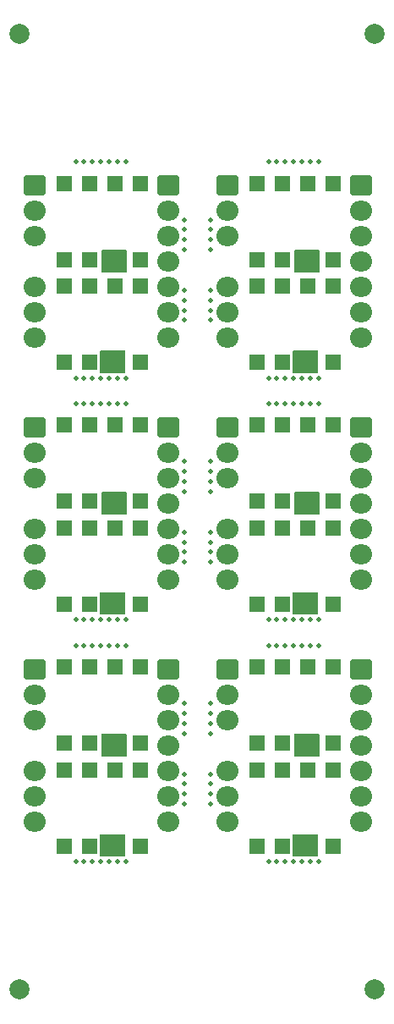
<source format=gbr>
%TF.GenerationSoftware,KiCad,Pcbnew,8.0.4*%
%TF.CreationDate,2024-09-15T22:50:30-03:00*%
%TF.ProjectId,panelized_TA65,70616e65-6c69-47a6-9564-5f544136352e,rev?*%
%TF.SameCoordinates,Original*%
%TF.FileFunction,Soldermask,Top*%
%TF.FilePolarity,Negative*%
%FSLAX46Y46*%
G04 Gerber Fmt 4.6, Leading zero omitted, Abs format (unit mm)*
G04 Created by KiCad (PCBNEW 8.0.4) date 2024-09-15 22:50:30*
%MOMM*%
%LPD*%
G01*
G04 APERTURE LIST*
G04 Aperture macros list*
%AMRoundRect*
0 Rectangle with rounded corners*
0 $1 Rounding radius*
0 $2 $3 $4 $5 $6 $7 $8 $9 X,Y pos of 4 corners*
0 Add a 4 corners polygon primitive as box body*
4,1,4,$2,$3,$4,$5,$6,$7,$8,$9,$2,$3,0*
0 Add four circle primitives for the rounded corners*
1,1,$1+$1,$2,$3*
1,1,$1+$1,$4,$5*
1,1,$1+$1,$6,$7*
1,1,$1+$1,$8,$9*
0 Add four rect primitives between the rounded corners*
20,1,$1+$1,$2,$3,$4,$5,0*
20,1,$1+$1,$4,$5,$6,$7,0*
20,1,$1+$1,$6,$7,$8,$9,0*
20,1,$1+$1,$8,$9,$2,$3,0*%
G04 Aperture macros list end*
%ADD10C,0.500000*%
%ADD11R,1.600000X1.600000*%
%ADD12C,2.000000*%
%ADD13RoundRect,0.250000X0.850000X0.750000X-0.850000X0.750000X-0.850000X-0.750000X0.850000X-0.750000X0*%
%ADD14O,2.200000X2.000000*%
G04 APERTURE END LIST*
D10*
%TO.C,KiKit_MB_3_5*%
X139683333Y-32800500D03*
%TD*%
%TO.C,KiKit_MB_9_3*%
X147200000Y-64767166D03*
%TD*%
%TO.C,KiKit_MB_6_3*%
X149800000Y-46633833D03*
%TD*%
%TO.C,KiKit_MB_22_3*%
X149800000Y-95033833D03*
%TD*%
%TO.C,KiKit_MB_10_4*%
X147200000Y-72833833D03*
%TD*%
%TO.C,KiKit_MB_3_1*%
X136350000Y-32800500D03*
%TD*%
%TO.C,KiKit_MB_16_6*%
X156483333Y-78600500D03*
%TD*%
%TO.C,KiKit_MB_13_1*%
X149800000Y-65767166D03*
%TD*%
%TO.C,KiKit_MB_20_5*%
X138016667Y-102800500D03*
%TD*%
%TO.C,KiKit_MB_8_4*%
X158150000Y-54400500D03*
%TD*%
%TO.C,KiKit_MB_4_5*%
X138016667Y-54400500D03*
%TD*%
%TO.C,KiKit_MB_20_7*%
X136350000Y-102800500D03*
%TD*%
%TO.C,KiKit_MB_14_1*%
X149800000Y-72833833D03*
%TD*%
%TO.C,KiKit_MB_12_3*%
X139683333Y-78600500D03*
%TD*%
%TO.C,KiKit_MB_17_3*%
X147200000Y-88967166D03*
%TD*%
%TO.C,KiKit_MB_16_2*%
X159816666Y-78600500D03*
%TD*%
%TO.C,KiKit_MB_23_1*%
X155650000Y-81200500D03*
%TD*%
%TO.C,KiKit_MB_16_1*%
X160650000Y-78600500D03*
%TD*%
%TO.C,KiKit_MB_7_4*%
X158150000Y-32800500D03*
%TD*%
%TO.C,KiKit_MB_10_2*%
X147200000Y-70833833D03*
%TD*%
%TO.C,KiKit_MB_7_5*%
X158983333Y-32800500D03*
%TD*%
%TO.C,KiKit_MB_16_5*%
X157316666Y-78600500D03*
%TD*%
%TO.C,KiKit_MB_4_4*%
X138850000Y-54400500D03*
%TD*%
%TO.C,KiKit_MB_6_1*%
X149800000Y-48633833D03*
%TD*%
D11*
%TO.C,U1*%
X154480000Y-101270500D03*
X157020000Y-101270500D03*
X159560000Y-101270500D03*
X162100000Y-101270500D03*
X162100000Y-93650500D03*
X159560000Y-93650500D03*
X157020000Y-93650500D03*
X154480000Y-93650500D03*
%TD*%
D10*
%TO.C,KiKit_MB_9_1*%
X147200000Y-62767166D03*
%TD*%
%TO.C,KiKit_MB_19_5*%
X139683333Y-81200500D03*
%TD*%
D11*
%TO.C,U1*%
X154480000Y-52870500D03*
X157020000Y-52870500D03*
X159560000Y-52870500D03*
X162100000Y-52870500D03*
X162100000Y-45250500D03*
X159560000Y-45250500D03*
X157020000Y-45250500D03*
X154480000Y-45250500D03*
%TD*%
D10*
%TO.C,KiKit_MB_7_6*%
X159816666Y-32800500D03*
%TD*%
%TO.C,KiKit_MB_11_1*%
X136350000Y-57000500D03*
%TD*%
%TO.C,KiKit_MB_12_4*%
X138850000Y-78600500D03*
%TD*%
D11*
%TO.C,U2*%
X154480000Y-66750500D03*
X157020000Y-66750500D03*
X159560000Y-66750500D03*
X162100000Y-66750500D03*
X162100000Y-59130500D03*
X159560000Y-59130500D03*
X157020000Y-59130500D03*
X154480000Y-59130500D03*
%TD*%
D10*
%TO.C,KiKit_MB_20_1*%
X141350000Y-102800500D03*
%TD*%
%TO.C,KiKit_MB_10_1*%
X147200000Y-69833833D03*
%TD*%
%TO.C,KiKit_MB_17_2*%
X147200000Y-87967166D03*
%TD*%
%TO.C,KiKit_MB_1_4*%
X147200000Y-41567167D03*
%TD*%
%TO.C,KiKit_MB_13_3*%
X149800000Y-63767166D03*
%TD*%
%TO.C,KiKit_MB_14_2*%
X149800000Y-71833833D03*
%TD*%
%TO.C,KiKit_MB_2_3*%
X147200000Y-47633833D03*
%TD*%
%TO.C,KiKit_MB_7_7*%
X160650000Y-32800500D03*
%TD*%
%TO.C,KiKit_MB_1_3*%
X147200000Y-40567167D03*
%TD*%
%TO.C,KiKit_MB_18_4*%
X147200000Y-97033833D03*
%TD*%
%TO.C,KiKit_MB_7_2*%
X156483333Y-32800500D03*
%TD*%
D11*
%TO.C,U1*%
X135180000Y-52870500D03*
X137720000Y-52870500D03*
X140260000Y-52870500D03*
X142800000Y-52870500D03*
X142800000Y-45250500D03*
X140260000Y-45250500D03*
X137720000Y-45250500D03*
X135180000Y-45250500D03*
%TD*%
D10*
%TO.C,KiKit_MB_5_3*%
X149800000Y-39567167D03*
%TD*%
%TO.C,KiKit_MB_23_6*%
X159816666Y-81200500D03*
%TD*%
%TO.C,KiKit_MB_22_1*%
X149800000Y-97033833D03*
%TD*%
%TO.C,KiKit_MB_13_4*%
X149800000Y-62767166D03*
%TD*%
%TO.C,KiKit_MB_16_3*%
X158983333Y-78600500D03*
%TD*%
%TO.C,KiKit_MB_3_4*%
X138850000Y-32800500D03*
%TD*%
%TO.C,KiKit_MB_6_4*%
X149800000Y-45633833D03*
%TD*%
%TO.C,KiKit_MB_16_7*%
X155650000Y-78600500D03*
%TD*%
%TO.C,KiKit_MB_24_6*%
X156483333Y-102800500D03*
%TD*%
D11*
%TO.C,U1*%
X135180000Y-101270500D03*
X137720000Y-101270500D03*
X140260000Y-101270500D03*
X142800000Y-101270500D03*
X142800000Y-93650500D03*
X140260000Y-93650500D03*
X137720000Y-93650500D03*
X135180000Y-93650500D03*
%TD*%
%TO.C,U2*%
X154480000Y-42550500D03*
X157020000Y-42550500D03*
X159560000Y-42550500D03*
X162100000Y-42550500D03*
X162100000Y-34930500D03*
X159560000Y-34930500D03*
X157020000Y-34930500D03*
X154480000Y-34930500D03*
%TD*%
D12*
%TO.C,KiKit_TO_2*%
X166300000Y-20000000D03*
%TD*%
D10*
%TO.C,KiKit_MB_19_6*%
X140516666Y-81200500D03*
%TD*%
%TO.C,KiKit_MB_3_3*%
X138016667Y-32800500D03*
%TD*%
%TO.C,KiKit_MB_8_1*%
X160650000Y-54400500D03*
%TD*%
%TO.C,KiKit_MB_7_1*%
X155650000Y-32800500D03*
%TD*%
%TO.C,KiKit_MB_15_3*%
X157316666Y-57000500D03*
%TD*%
D11*
%TO.C,U1*%
X154480000Y-77070500D03*
X157020000Y-77070500D03*
X159560000Y-77070500D03*
X162100000Y-77070500D03*
X162100000Y-69450500D03*
X159560000Y-69450500D03*
X157020000Y-69450500D03*
X154480000Y-69450500D03*
%TD*%
D10*
%TO.C,KiKit_MB_21_1*%
X149800000Y-89967166D03*
%TD*%
%TO.C,KiKit_MB_20_6*%
X137183334Y-102800500D03*
%TD*%
%TO.C,KiKit_MB_17_1*%
X147200000Y-86967166D03*
%TD*%
%TO.C,KiKit_MB_8_5*%
X157316666Y-54400500D03*
%TD*%
%TO.C,KiKit_MB_7_3*%
X157316666Y-32800500D03*
%TD*%
%TO.C,KiKit_MB_4_7*%
X136350000Y-54400500D03*
%TD*%
%TO.C,KiKit_MB_8_3*%
X158983333Y-54400500D03*
%TD*%
%TO.C,KiKit_MB_21_4*%
X149800000Y-86967166D03*
%TD*%
%TO.C,KiKit_MB_20_4*%
X138850000Y-102800500D03*
%TD*%
D11*
%TO.C,U2*%
X135180000Y-90950500D03*
X137720000Y-90950500D03*
X140260000Y-90950500D03*
X142800000Y-90950500D03*
X142800000Y-83330500D03*
X140260000Y-83330500D03*
X137720000Y-83330500D03*
X135180000Y-83330500D03*
%TD*%
D10*
%TO.C,KiKit_MB_8_7*%
X155650000Y-54400500D03*
%TD*%
%TO.C,KiKit_MB_23_3*%
X157316666Y-81200500D03*
%TD*%
%TO.C,KiKit_MB_14_4*%
X149800000Y-69833833D03*
%TD*%
%TO.C,KiKit_MB_3_2*%
X137183334Y-32800500D03*
%TD*%
%TO.C,KiKit_MB_12_1*%
X141350000Y-78600500D03*
%TD*%
%TO.C,KiKit_MB_18_1*%
X147200000Y-94033833D03*
%TD*%
%TO.C,KiKit_MB_23_7*%
X160650000Y-81200500D03*
%TD*%
%TO.C,KiKit_MB_14_3*%
X149800000Y-70833833D03*
%TD*%
D12*
%TO.C,KiKit_TO_4*%
X166300000Y-115601500D03*
%TD*%
D10*
%TO.C,KiKit_MB_3_6*%
X140516666Y-32800500D03*
%TD*%
%TO.C,KiKit_MB_20_3*%
X139683333Y-102800500D03*
%TD*%
%TO.C,KiKit_MB_3_7*%
X141350000Y-32800500D03*
%TD*%
%TO.C,KiKit_MB_1_1*%
X147200000Y-38567167D03*
%TD*%
%TO.C,KiKit_MB_15_6*%
X159816666Y-57000500D03*
%TD*%
%TO.C,KiKit_MB_19_4*%
X138850000Y-81200500D03*
%TD*%
%TO.C,KiKit_MB_24_2*%
X159816666Y-102800500D03*
%TD*%
%TO.C,KiKit_MB_23_2*%
X156483333Y-81200500D03*
%TD*%
D11*
%TO.C,U2*%
X135180000Y-66750500D03*
X137720000Y-66750500D03*
X140260000Y-66750500D03*
X142800000Y-66750500D03*
X142800000Y-59130500D03*
X140260000Y-59130500D03*
X137720000Y-59130500D03*
X135180000Y-59130500D03*
%TD*%
D10*
%TO.C,KiKit_MB_4_6*%
X137183334Y-54400500D03*
%TD*%
%TO.C,KiKit_MB_22_4*%
X149800000Y-94033833D03*
%TD*%
%TO.C,KiKit_MB_11_7*%
X141350000Y-57000500D03*
%TD*%
%TO.C,KiKit_MB_9_4*%
X147200000Y-65767166D03*
%TD*%
%TO.C,KiKit_MB_11_6*%
X140516666Y-57000500D03*
%TD*%
%TO.C,KiKit_MB_6_2*%
X149800000Y-47633833D03*
%TD*%
%TO.C,KiKit_MB_24_4*%
X158150000Y-102800500D03*
%TD*%
%TO.C,KiKit_MB_13_2*%
X149800000Y-64767166D03*
%TD*%
%TO.C,KiKit_MB_2_4*%
X147200000Y-48633833D03*
%TD*%
%TO.C,KiKit_MB_5_2*%
X149800000Y-40567167D03*
%TD*%
%TO.C,KiKit_MB_10_3*%
X147200000Y-71833833D03*
%TD*%
%TO.C,KiKit_MB_15_4*%
X158150000Y-57000500D03*
%TD*%
D11*
%TO.C,U2*%
X135180000Y-42550500D03*
X137720000Y-42550500D03*
X140260000Y-42550500D03*
X142800000Y-42550500D03*
X142800000Y-34930500D03*
X140260000Y-34930500D03*
X137720000Y-34930500D03*
X135180000Y-34930500D03*
%TD*%
D10*
%TO.C,KiKit_MB_8_2*%
X159816666Y-54400500D03*
%TD*%
%TO.C,KiKit_MB_2_1*%
X147200000Y-45633833D03*
%TD*%
%TO.C,KiKit_MB_2_2*%
X147200000Y-46633833D03*
%TD*%
%TO.C,KiKit_MB_4_1*%
X141350000Y-54400500D03*
%TD*%
%TO.C,KiKit_MB_11_4*%
X138850000Y-57000500D03*
%TD*%
%TO.C,KiKit_MB_11_3*%
X138016667Y-57000500D03*
%TD*%
%TO.C,KiKit_MB_4_3*%
X139683333Y-54400500D03*
%TD*%
%TO.C,KiKit_MB_1_2*%
X147200000Y-39567167D03*
%TD*%
D12*
%TO.C,KiKit_TO_3*%
X130700000Y-115601500D03*
%TD*%
D10*
%TO.C,KiKit_MB_18_2*%
X147200000Y-95033833D03*
%TD*%
%TO.C,KiKit_MB_15_2*%
X156483333Y-57000500D03*
%TD*%
%TO.C,KiKit_MB_15_5*%
X158983333Y-57000500D03*
%TD*%
%TO.C,KiKit_MB_19_2*%
X137183334Y-81200500D03*
%TD*%
%TO.C,KiKit_MB_17_4*%
X147200000Y-89967166D03*
%TD*%
%TO.C,KiKit_MB_12_2*%
X140516666Y-78600500D03*
%TD*%
%TO.C,KiKit_MB_11_2*%
X137183334Y-57000500D03*
%TD*%
%TO.C,KiKit_MB_19_1*%
X136350000Y-81200500D03*
%TD*%
%TO.C,KiKit_MB_8_6*%
X156483333Y-54400500D03*
%TD*%
%TO.C,KiKit_MB_20_2*%
X140516666Y-102800500D03*
%TD*%
%TO.C,KiKit_MB_24_3*%
X158983333Y-102800500D03*
%TD*%
%TO.C,KiKit_MB_23_5*%
X158983333Y-81200500D03*
%TD*%
%TO.C,KiKit_MB_24_1*%
X160650000Y-102800500D03*
%TD*%
%TO.C,KiKit_MB_12_7*%
X136350000Y-78600500D03*
%TD*%
%TO.C,KiKit_MB_16_4*%
X158150000Y-78600500D03*
%TD*%
%TO.C,KiKit_MB_5_1*%
X149800000Y-41567167D03*
%TD*%
%TO.C,KiKit_MB_9_2*%
X147200000Y-63767166D03*
%TD*%
%TO.C,KiKit_MB_4_2*%
X140516666Y-54400500D03*
%TD*%
%TO.C,KiKit_MB_15_7*%
X160650000Y-57000500D03*
%TD*%
%TO.C,KiKit_MB_12_5*%
X138016667Y-78600500D03*
%TD*%
%TO.C,KiKit_MB_24_5*%
X157316666Y-102800500D03*
%TD*%
%TO.C,KiKit_MB_21_3*%
X149800000Y-87967166D03*
%TD*%
%TO.C,KiKit_MB_11_5*%
X139683333Y-57000500D03*
%TD*%
%TO.C,KiKit_MB_22_2*%
X149800000Y-96033833D03*
%TD*%
D11*
%TO.C,U1*%
X135180000Y-77070500D03*
X137720000Y-77070500D03*
X140260000Y-77070500D03*
X142800000Y-77070500D03*
X142800000Y-69450500D03*
X140260000Y-69450500D03*
X137720000Y-69450500D03*
X135180000Y-69450500D03*
%TD*%
D10*
%TO.C,KiKit_MB_15_1*%
X155650000Y-57000500D03*
%TD*%
D11*
%TO.C,U2*%
X154480000Y-90950500D03*
X157020000Y-90950500D03*
X159560000Y-90950500D03*
X162100000Y-90950500D03*
X162100000Y-83330500D03*
X159560000Y-83330500D03*
X157020000Y-83330500D03*
X154480000Y-83330500D03*
%TD*%
D10*
%TO.C,KiKit_MB_23_4*%
X158150000Y-81200500D03*
%TD*%
%TO.C,KiKit_MB_24_7*%
X155650000Y-102800500D03*
%TD*%
%TO.C,KiKit_MB_21_2*%
X149800000Y-88967166D03*
%TD*%
D12*
%TO.C,KiKit_TO_1*%
X130700000Y-20000000D03*
%TD*%
D10*
%TO.C,KiKit_MB_12_6*%
X137183334Y-78600500D03*
%TD*%
%TO.C,KiKit_MB_5_4*%
X149800000Y-38567167D03*
%TD*%
%TO.C,KiKit_MB_19_7*%
X141350000Y-81200500D03*
%TD*%
%TO.C,KiKit_MB_18_3*%
X147200000Y-96033833D03*
%TD*%
%TO.C,KiKit_MB_19_3*%
X138016667Y-81200500D03*
%TD*%
D13*
%TO.C,J2*%
X164900000Y-83550500D03*
D14*
X164900000Y-86090500D03*
X164900000Y-88630500D03*
X164900000Y-91170500D03*
X164900000Y-93710500D03*
X164900000Y-96250500D03*
X164900000Y-98790500D03*
%TD*%
D13*
%TO.C,J1*%
X132200000Y-35150500D03*
D14*
X132200000Y-37690500D03*
X132200000Y-40230500D03*
X132200000Y-45310500D03*
X132200000Y-47850500D03*
X132200000Y-50390500D03*
%TD*%
D13*
%TO.C,J2*%
X164900000Y-59350500D03*
D14*
X164900000Y-61890500D03*
X164900000Y-64430500D03*
X164900000Y-66970500D03*
X164900000Y-69510500D03*
X164900000Y-72050500D03*
X164900000Y-74590500D03*
%TD*%
D13*
%TO.C,J2*%
X164900000Y-35150500D03*
D14*
X164900000Y-37690500D03*
X164900000Y-40230500D03*
X164900000Y-42770500D03*
X164900000Y-45310500D03*
X164900000Y-47850500D03*
X164900000Y-50390500D03*
%TD*%
D13*
%TO.C,J2*%
X145600000Y-83550500D03*
D14*
X145600000Y-86090500D03*
X145600000Y-88630500D03*
X145600000Y-91170500D03*
X145600000Y-93710500D03*
X145600000Y-96250500D03*
X145600000Y-98790500D03*
%TD*%
D13*
%TO.C,J1*%
X132200000Y-59350500D03*
D14*
X132200000Y-61890500D03*
X132200000Y-64430500D03*
X132200000Y-69510500D03*
X132200000Y-72050500D03*
X132200000Y-74590500D03*
%TD*%
D13*
%TO.C,J2*%
X145600000Y-59350500D03*
D14*
X145600000Y-61890500D03*
X145600000Y-64430500D03*
X145600000Y-66970500D03*
X145600000Y-69510500D03*
X145600000Y-72050500D03*
X145600000Y-74590500D03*
%TD*%
D13*
%TO.C,J1*%
X132200000Y-83550500D03*
D14*
X132200000Y-86090500D03*
X132200000Y-88630500D03*
X132200000Y-93710500D03*
X132200000Y-96250500D03*
X132200000Y-98790500D03*
%TD*%
D13*
%TO.C,J1*%
X151500000Y-59350500D03*
D14*
X151500000Y-61890500D03*
X151500000Y-64430500D03*
X151500000Y-69510500D03*
X151500000Y-72050500D03*
X151500000Y-74590500D03*
%TD*%
D13*
%TO.C,J1*%
X151500000Y-35150500D03*
D14*
X151500000Y-37690500D03*
X151500000Y-40230500D03*
X151500000Y-45310500D03*
X151500000Y-47850500D03*
X151500000Y-50390500D03*
%TD*%
D13*
%TO.C,J1*%
X151500000Y-83550500D03*
D14*
X151500000Y-86090500D03*
X151500000Y-88630500D03*
X151500000Y-93710500D03*
X151500000Y-96250500D03*
X151500000Y-98790500D03*
%TD*%
D13*
%TO.C,J2*%
X145600000Y-35150500D03*
D14*
X145600000Y-37690500D03*
X145600000Y-40230500D03*
X145600000Y-42770500D03*
X145600000Y-45310500D03*
X145600000Y-47850500D03*
X145600000Y-50390500D03*
%TD*%
G36*
X141409191Y-90019407D02*
G01*
X141445155Y-90068907D01*
X141450000Y-90099500D01*
X141450000Y-92151500D01*
X141431093Y-92209691D01*
X141381593Y-92245655D01*
X141351000Y-92250500D01*
X138999000Y-92250500D01*
X138940809Y-92231593D01*
X138904845Y-92182093D01*
X138900000Y-92151500D01*
X138900000Y-90099500D01*
X138918907Y-90041309D01*
X138968407Y-90005345D01*
X138999000Y-90000500D01*
X141351000Y-90000500D01*
X141409191Y-90019407D01*
G37*
G36*
X141259191Y-51669407D02*
G01*
X141295155Y-51718907D01*
X141300000Y-51749500D01*
X141300000Y-53801500D01*
X141281093Y-53859691D01*
X141231593Y-53895655D01*
X141201000Y-53900500D01*
X138849000Y-53900500D01*
X138790809Y-53881593D01*
X138754845Y-53832093D01*
X138750000Y-53801500D01*
X138750000Y-51749500D01*
X138768907Y-51691309D01*
X138818407Y-51655345D01*
X138849000Y-51650500D01*
X141201000Y-51650500D01*
X141259191Y-51669407D01*
G37*
G36*
X141409191Y-65819407D02*
G01*
X141445155Y-65868907D01*
X141450000Y-65899500D01*
X141450000Y-67951500D01*
X141431093Y-68009691D01*
X141381593Y-68045655D01*
X141351000Y-68050500D01*
X138999000Y-68050500D01*
X138940809Y-68031593D01*
X138904845Y-67982093D01*
X138900000Y-67951500D01*
X138900000Y-65899500D01*
X138918907Y-65841309D01*
X138968407Y-65805345D01*
X138999000Y-65800500D01*
X141351000Y-65800500D01*
X141409191Y-65819407D01*
G37*
G36*
X160559191Y-75869407D02*
G01*
X160595155Y-75918907D01*
X160600000Y-75949500D01*
X160600000Y-78001500D01*
X160581093Y-78059691D01*
X160531593Y-78095655D01*
X160501000Y-78100500D01*
X158149000Y-78100500D01*
X158090809Y-78081593D01*
X158054845Y-78032093D01*
X158050000Y-78001500D01*
X158050000Y-75949500D01*
X158068907Y-75891309D01*
X158118407Y-75855345D01*
X158149000Y-75850500D01*
X160501000Y-75850500D01*
X160559191Y-75869407D01*
G37*
G36*
X141409191Y-41619407D02*
G01*
X141445155Y-41668907D01*
X141450000Y-41699500D01*
X141450000Y-43751500D01*
X141431093Y-43809691D01*
X141381593Y-43845655D01*
X141351000Y-43850500D01*
X138999000Y-43850500D01*
X138940809Y-43831593D01*
X138904845Y-43782093D01*
X138900000Y-43751500D01*
X138900000Y-41699500D01*
X138918907Y-41641309D01*
X138968407Y-41605345D01*
X138999000Y-41600500D01*
X141351000Y-41600500D01*
X141409191Y-41619407D01*
G37*
G36*
X160559191Y-100069407D02*
G01*
X160595155Y-100118907D01*
X160600000Y-100149500D01*
X160600000Y-102201500D01*
X160581093Y-102259691D01*
X160531593Y-102295655D01*
X160501000Y-102300500D01*
X158149000Y-102300500D01*
X158090809Y-102281593D01*
X158054845Y-102232093D01*
X158050000Y-102201500D01*
X158050000Y-100149500D01*
X158068907Y-100091309D01*
X158118407Y-100055345D01*
X158149000Y-100050500D01*
X160501000Y-100050500D01*
X160559191Y-100069407D01*
G37*
G36*
X160559191Y-51669407D02*
G01*
X160595155Y-51718907D01*
X160600000Y-51749500D01*
X160600000Y-53801500D01*
X160581093Y-53859691D01*
X160531593Y-53895655D01*
X160501000Y-53900500D01*
X158149000Y-53900500D01*
X158090809Y-53881593D01*
X158054845Y-53832093D01*
X158050000Y-53801500D01*
X158050000Y-51749500D01*
X158068907Y-51691309D01*
X158118407Y-51655345D01*
X158149000Y-51650500D01*
X160501000Y-51650500D01*
X160559191Y-51669407D01*
G37*
G36*
X160709191Y-65819407D02*
G01*
X160745155Y-65868907D01*
X160750000Y-65899500D01*
X160750000Y-67951500D01*
X160731093Y-68009691D01*
X160681593Y-68045655D01*
X160651000Y-68050500D01*
X158299000Y-68050500D01*
X158240809Y-68031593D01*
X158204845Y-67982093D01*
X158200000Y-67951500D01*
X158200000Y-65899500D01*
X158218907Y-65841309D01*
X158268407Y-65805345D01*
X158299000Y-65800500D01*
X160651000Y-65800500D01*
X160709191Y-65819407D01*
G37*
G36*
X141259191Y-75869407D02*
G01*
X141295155Y-75918907D01*
X141300000Y-75949500D01*
X141300000Y-78001500D01*
X141281093Y-78059691D01*
X141231593Y-78095655D01*
X141201000Y-78100500D01*
X138849000Y-78100500D01*
X138790809Y-78081593D01*
X138754845Y-78032093D01*
X138750000Y-78001500D01*
X138750000Y-75949500D01*
X138768907Y-75891309D01*
X138818407Y-75855345D01*
X138849000Y-75850500D01*
X141201000Y-75850500D01*
X141259191Y-75869407D01*
G37*
G36*
X160709191Y-41619407D02*
G01*
X160745155Y-41668907D01*
X160750000Y-41699500D01*
X160750000Y-43751500D01*
X160731093Y-43809691D01*
X160681593Y-43845655D01*
X160651000Y-43850500D01*
X158299000Y-43850500D01*
X158240809Y-43831593D01*
X158204845Y-43782093D01*
X158200000Y-43751500D01*
X158200000Y-41699500D01*
X158218907Y-41641309D01*
X158268407Y-41605345D01*
X158299000Y-41600500D01*
X160651000Y-41600500D01*
X160709191Y-41619407D01*
G37*
G36*
X160709191Y-90019407D02*
G01*
X160745155Y-90068907D01*
X160750000Y-90099500D01*
X160750000Y-92151500D01*
X160731093Y-92209691D01*
X160681593Y-92245655D01*
X160651000Y-92250500D01*
X158299000Y-92250500D01*
X158240809Y-92231593D01*
X158204845Y-92182093D01*
X158200000Y-92151500D01*
X158200000Y-90099500D01*
X158218907Y-90041309D01*
X158268407Y-90005345D01*
X158299000Y-90000500D01*
X160651000Y-90000500D01*
X160709191Y-90019407D01*
G37*
G36*
X141259191Y-100069407D02*
G01*
X141295155Y-100118907D01*
X141300000Y-100149500D01*
X141300000Y-102201500D01*
X141281093Y-102259691D01*
X141231593Y-102295655D01*
X141201000Y-102300500D01*
X138849000Y-102300500D01*
X138790809Y-102281593D01*
X138754845Y-102232093D01*
X138750000Y-102201500D01*
X138750000Y-100149500D01*
X138768907Y-100091309D01*
X138818407Y-100055345D01*
X138849000Y-100050500D01*
X141201000Y-100050500D01*
X141259191Y-100069407D01*
G37*
M02*

</source>
